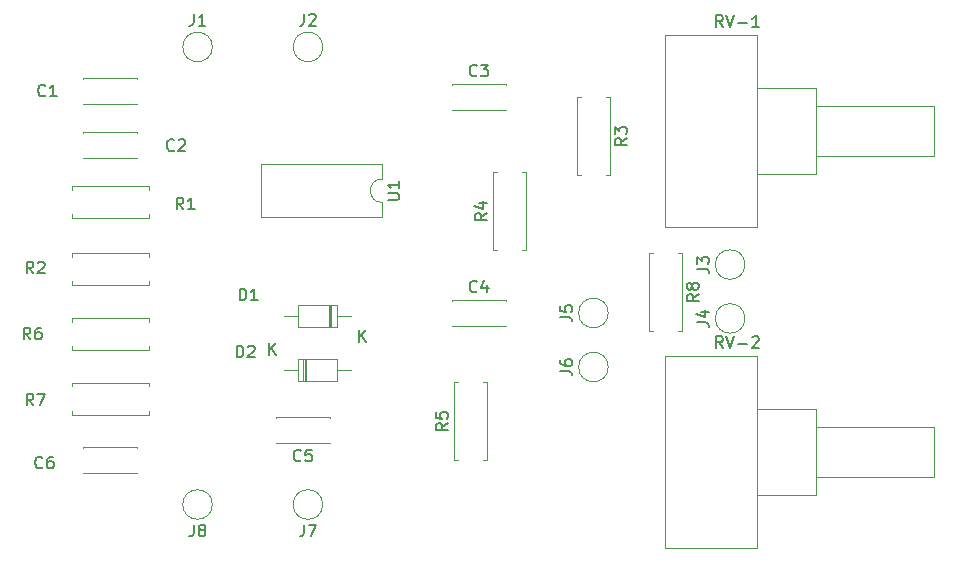
<source format=gbr>
G04 #@! TF.GenerationSoftware,KiCad,Pcbnew,5.1.0-060a0da~80~ubuntu18.04.1*
G04 #@! TF.CreationDate,2019-03-27T19:23:36+01:00*
G04 #@! TF.ProjectId,distpedal,64697374-7065-4646-916c-2e6b69636164,rev?*
G04 #@! TF.SameCoordinates,PX6d01460PY6ad32b0*
G04 #@! TF.FileFunction,Legend,Top*
G04 #@! TF.FilePolarity,Positive*
%FSLAX46Y46*%
G04 Gerber Fmt 4.6, Leading zero omitted, Abs format (unit mm)*
G04 Created by KiCad (PCBNEW 5.1.0-060a0da~80~ubuntu18.04.1) date 2019-03-27 19:23:36*
%MOMM*%
%LPD*%
G04 APERTURE LIST*
%ADD10C,0.120000*%
%ADD11C,0.150000*%
G04 APERTURE END LIST*
D10*
X41346000Y38569000D02*
X41346000Y38554000D01*
X41346000Y40694000D02*
X41346000Y40679000D01*
X36806000Y38569000D02*
X36806000Y38554000D01*
X36806000Y40694000D02*
X36806000Y40679000D01*
X36806000Y38554000D02*
X41346000Y38554000D01*
X36806000Y40694000D02*
X41346000Y40694000D01*
X77580000Y11692000D02*
X77580000Y7452000D01*
X67580000Y11692000D02*
X67580000Y7452000D01*
X67580000Y7452000D02*
X77580000Y7452000D01*
X67580000Y11692000D02*
X77580000Y11692000D01*
X67580000Y13192000D02*
X67580000Y5952000D01*
X62580000Y13192000D02*
X62580000Y5952000D01*
X62580000Y5952000D02*
X67580000Y5952000D01*
X62580000Y13192000D02*
X67580000Y13192000D01*
X62580000Y17692000D02*
X62580000Y1452000D01*
X54840000Y17692000D02*
X54840000Y1452000D01*
X54840000Y1452000D02*
X62580000Y1452000D01*
X54840000Y17692000D02*
X62580000Y17692000D01*
X27040000Y20162000D02*
X27040000Y22002000D01*
X27040000Y22002000D02*
X23760000Y22002000D01*
X23760000Y22002000D02*
X23760000Y20162000D01*
X23760000Y20162000D02*
X27040000Y20162000D01*
X28220000Y21082000D02*
X27040000Y21082000D01*
X22580000Y21082000D02*
X23760000Y21082000D01*
X26464000Y20162000D02*
X26464000Y22002000D01*
X26344000Y20162000D02*
X26344000Y22002000D01*
X26584000Y20162000D02*
X26584000Y22002000D01*
X24216000Y17430000D02*
X24216000Y15590000D01*
X24456000Y17430000D02*
X24456000Y15590000D01*
X24336000Y17430000D02*
X24336000Y15590000D01*
X28220000Y16510000D02*
X27040000Y16510000D01*
X22580000Y16510000D02*
X23760000Y16510000D01*
X27040000Y17430000D02*
X23760000Y17430000D01*
X27040000Y15590000D02*
X27040000Y17430000D01*
X23760000Y15590000D02*
X27040000Y15590000D01*
X23760000Y17430000D02*
X23760000Y15590000D01*
X11144000Y29694000D02*
X11144000Y29364000D01*
X11144000Y29364000D02*
X4604000Y29364000D01*
X4604000Y29364000D02*
X4604000Y29694000D01*
X11144000Y31774000D02*
X11144000Y32104000D01*
X11144000Y32104000D02*
X4604000Y32104000D01*
X4604000Y32104000D02*
X4604000Y31774000D01*
X11157629Y23695002D02*
X11157629Y24025002D01*
X4617629Y23695002D02*
X11157629Y23695002D01*
X4617629Y24025002D02*
X4617629Y23695002D01*
X11157629Y26435002D02*
X11157629Y26105002D01*
X4617629Y26435002D02*
X11157629Y26435002D01*
X4617629Y26105002D02*
X4617629Y26435002D01*
X49808000Y39592000D02*
X50138000Y39592000D01*
X50138000Y39592000D02*
X50138000Y33052000D01*
X50138000Y33052000D02*
X49808000Y33052000D01*
X47728000Y39592000D02*
X47398000Y39592000D01*
X47398000Y39592000D02*
X47398000Y33052000D01*
X47398000Y33052000D02*
X47728000Y33052000D01*
X43026000Y33242000D02*
X42696000Y33242000D01*
X43026000Y26702000D02*
X43026000Y33242000D01*
X42696000Y26702000D02*
X43026000Y26702000D01*
X40286000Y33242000D02*
X40616000Y33242000D01*
X40286000Y26702000D02*
X40286000Y33242000D01*
X40616000Y26702000D02*
X40286000Y26702000D01*
X37314000Y8922000D02*
X36984000Y8922000D01*
X36984000Y8922000D02*
X36984000Y15462000D01*
X36984000Y15462000D02*
X37314000Y15462000D01*
X39394000Y8922000D02*
X39724000Y8922000D01*
X39724000Y8922000D02*
X39724000Y15462000D01*
X39724000Y15462000D02*
X39394000Y15462000D01*
X11144000Y18533336D02*
X11144000Y18203336D01*
X11144000Y18203336D02*
X4604000Y18203336D01*
X4604000Y18203336D02*
X4604000Y18533336D01*
X11144000Y20613336D02*
X11144000Y20943336D01*
X11144000Y20943336D02*
X4604000Y20943336D01*
X4604000Y20943336D02*
X4604000Y20613336D01*
X11144000Y12711670D02*
X11144000Y13041670D01*
X4604000Y12711670D02*
X11144000Y12711670D01*
X4604000Y13041670D02*
X4604000Y12711670D01*
X11144000Y15451670D02*
X11144000Y15121670D01*
X4604000Y15451670D02*
X11144000Y15451670D01*
X4604000Y15121670D02*
X4604000Y15451670D01*
X54840000Y44870000D02*
X62580000Y44870000D01*
X54840000Y28630000D02*
X62580000Y28630000D01*
X54840000Y44870000D02*
X54840000Y28630000D01*
X62580000Y44870000D02*
X62580000Y28630000D01*
X62580000Y40370000D02*
X67580000Y40370000D01*
X62580000Y33130000D02*
X67580000Y33130000D01*
X62580000Y40370000D02*
X62580000Y33130000D01*
X67580000Y40370000D02*
X67580000Y33130000D01*
X67580000Y38870000D02*
X77580000Y38870000D01*
X67580000Y34630000D02*
X77580000Y34630000D01*
X67580000Y38870000D02*
X67580000Y34630000D01*
X77580000Y38870000D02*
X77580000Y34630000D01*
X30883829Y30694536D02*
G75*
G02X30883829Y32694536I0J1000000D01*
G01*
X30883829Y32694536D02*
X30883829Y33944536D01*
X30883829Y33944536D02*
X20603829Y33944536D01*
X20603829Y33944536D02*
X20603829Y29444536D01*
X20603829Y29444536D02*
X30883829Y29444536D01*
X30883829Y29444536D02*
X30883829Y30694536D01*
X55904000Y26384000D02*
X56234000Y26384000D01*
X56234000Y26384000D02*
X56234000Y19844000D01*
X56234000Y19844000D02*
X55904000Y19844000D01*
X53824000Y26384000D02*
X53494000Y26384000D01*
X53494000Y26384000D02*
X53494000Y19844000D01*
X53494000Y19844000D02*
X53824000Y19844000D01*
X5564000Y41202000D02*
X10104000Y41202000D01*
X5564000Y39062000D02*
X10104000Y39062000D01*
X5564000Y41202000D02*
X5564000Y41187000D01*
X5564000Y39077000D02*
X5564000Y39062000D01*
X10104000Y41202000D02*
X10104000Y41187000D01*
X10104000Y39077000D02*
X10104000Y39062000D01*
X10104000Y34505000D02*
X10104000Y34490000D01*
X10104000Y36630000D02*
X10104000Y36615000D01*
X5564000Y34505000D02*
X5564000Y34490000D01*
X5564000Y36630000D02*
X5564000Y36615000D01*
X5564000Y34490000D02*
X10104000Y34490000D01*
X5564000Y36630000D02*
X10104000Y36630000D01*
X36806000Y22406000D02*
X41346000Y22406000D01*
X36806000Y20266000D02*
X41346000Y20266000D01*
X36806000Y22406000D02*
X36806000Y22391000D01*
X36806000Y20281000D02*
X36806000Y20266000D01*
X41346000Y22406000D02*
X41346000Y22391000D01*
X41346000Y20281000D02*
X41346000Y20266000D01*
X26440000Y10360000D02*
X21900000Y10360000D01*
X26440000Y12500000D02*
X21900000Y12500000D01*
X26440000Y10360000D02*
X26440000Y10375000D01*
X26440000Y12485000D02*
X26440000Y12500000D01*
X21900000Y10360000D02*
X21900000Y10375000D01*
X21900000Y12485000D02*
X21900000Y12500000D01*
X5564000Y9960000D02*
X10104000Y9960000D01*
X5564000Y7820000D02*
X10104000Y7820000D01*
X5564000Y9960000D02*
X5564000Y9945000D01*
X5564000Y7835000D02*
X5564000Y7820000D01*
X10104000Y9960000D02*
X10104000Y9945000D01*
X10104000Y7835000D02*
X10104000Y7820000D01*
X16504629Y43865800D02*
G75*
G03X16504629Y43865800I-1251000J0D01*
G01*
X25851829Y43865800D02*
G75*
G03X25851829Y43865800I-1251000J0D01*
G01*
X61589629Y25440667D02*
G75*
G03X61589629Y25440667I-1251000J0D01*
G01*
X61589629Y20881334D02*
G75*
G03X61589629Y20881334I-1251000J0D01*
G01*
X50019000Y21336000D02*
G75*
G03X50019000Y21336000I-1251000J0D01*
G01*
X50019000Y16764000D02*
G75*
G03X50019000Y16764000I-1251000J0D01*
G01*
X25851829Y5126136D02*
G75*
G03X25851829Y5126136I-1251000J0D01*
G01*
X16504629Y5126136D02*
G75*
G03X16504629Y5126136I-1251000J0D01*
G01*
D11*
X38909333Y41466858D02*
X38861714Y41419239D01*
X38718857Y41371620D01*
X38623619Y41371620D01*
X38480761Y41419239D01*
X38385523Y41514477D01*
X38337904Y41609715D01*
X38290285Y41800191D01*
X38290285Y41943048D01*
X38337904Y42133524D01*
X38385523Y42228762D01*
X38480761Y42324000D01*
X38623619Y42371620D01*
X38718857Y42371620D01*
X38861714Y42324000D01*
X38909333Y42276381D01*
X39242666Y42371620D02*
X39861714Y42371620D01*
X39528380Y41990667D01*
X39671238Y41990667D01*
X39766476Y41943048D01*
X39814095Y41895429D01*
X39861714Y41800191D01*
X39861714Y41562096D01*
X39814095Y41466858D01*
X39766476Y41419239D01*
X39671238Y41371620D01*
X39385523Y41371620D01*
X39290285Y41419239D01*
X39242666Y41466858D01*
X59745714Y18369620D02*
X59412380Y18845810D01*
X59174285Y18369620D02*
X59174285Y19369620D01*
X59555238Y19369620D01*
X59650476Y19322000D01*
X59698095Y19274381D01*
X59745714Y19179143D01*
X59745714Y19036286D01*
X59698095Y18941048D01*
X59650476Y18893429D01*
X59555238Y18845810D01*
X59174285Y18845810D01*
X60031428Y19369620D02*
X60364761Y18369620D01*
X60698095Y19369620D01*
X61031428Y18750572D02*
X61793333Y18750572D01*
X62221904Y19274381D02*
X62269523Y19322000D01*
X62364761Y19369620D01*
X62602857Y19369620D01*
X62698095Y19322000D01*
X62745714Y19274381D01*
X62793333Y19179143D01*
X62793333Y19083905D01*
X62745714Y18941048D01*
X62174285Y18369620D01*
X62793333Y18369620D01*
X18819904Y22407620D02*
X18819904Y23407620D01*
X19058000Y23407620D01*
X19200857Y23360000D01*
X19296095Y23264762D01*
X19343714Y23169524D01*
X19391333Y22979048D01*
X19391333Y22836191D01*
X19343714Y22645715D01*
X19296095Y22550477D01*
X19200857Y22455239D01*
X19058000Y22407620D01*
X18819904Y22407620D01*
X20343714Y22407620D02*
X19772285Y22407620D01*
X20058000Y22407620D02*
X20058000Y23407620D01*
X19962761Y23264762D01*
X19867523Y23169524D01*
X19772285Y23121905D01*
X28948095Y18879620D02*
X28948095Y19879620D01*
X29519523Y18879620D02*
X29090952Y19451048D01*
X29519523Y19879620D02*
X28948095Y19308191D01*
X18565904Y17581620D02*
X18565904Y18581620D01*
X18804000Y18581620D01*
X18946857Y18534000D01*
X19042095Y18438762D01*
X19089714Y18343524D01*
X19137333Y18153048D01*
X19137333Y18010191D01*
X19089714Y17819715D01*
X19042095Y17724477D01*
X18946857Y17629239D01*
X18804000Y17581620D01*
X18565904Y17581620D01*
X19518285Y18486381D02*
X19565904Y18534000D01*
X19661142Y18581620D01*
X19899238Y18581620D01*
X19994476Y18534000D01*
X20042095Y18486381D01*
X20089714Y18391143D01*
X20089714Y18295905D01*
X20042095Y18153048D01*
X19470666Y17581620D01*
X20089714Y17581620D01*
X21328095Y17807620D02*
X21328095Y18807620D01*
X21899523Y17807620D02*
X21470952Y18379048D01*
X21899523Y18807620D02*
X21328095Y18236191D01*
X14057333Y30104288D02*
X13724000Y30580478D01*
X13485904Y30104288D02*
X13485904Y31104288D01*
X13866857Y31104288D01*
X13962095Y31056668D01*
X14009714Y31009049D01*
X14057333Y30913811D01*
X14057333Y30770954D01*
X14009714Y30675716D01*
X13962095Y30628097D01*
X13866857Y30580478D01*
X13485904Y30580478D01*
X15009714Y30104288D02*
X14438285Y30104288D01*
X14724000Y30104288D02*
X14724000Y31104288D01*
X14628761Y30961430D01*
X14533523Y30866192D01*
X14438285Y30818573D01*
X1357333Y24693620D02*
X1024000Y25169810D01*
X785904Y24693620D02*
X785904Y25693620D01*
X1166857Y25693620D01*
X1262095Y25646000D01*
X1309714Y25598381D01*
X1357333Y25503143D01*
X1357333Y25360286D01*
X1309714Y25265048D01*
X1262095Y25217429D01*
X1166857Y25169810D01*
X785904Y25169810D01*
X1738285Y25598381D02*
X1785904Y25646000D01*
X1881142Y25693620D01*
X2119238Y25693620D01*
X2214476Y25646000D01*
X2262095Y25598381D01*
X2309714Y25503143D01*
X2309714Y25407905D01*
X2262095Y25265048D01*
X1690666Y24693620D01*
X2309714Y24693620D01*
X51590380Y36155334D02*
X51114190Y35822000D01*
X51590380Y35583905D02*
X50590380Y35583905D01*
X50590380Y35964858D01*
X50638000Y36060096D01*
X50685619Y36107715D01*
X50780857Y36155334D01*
X50923714Y36155334D01*
X51018952Y36107715D01*
X51066571Y36060096D01*
X51114190Y35964858D01*
X51114190Y35583905D01*
X50590380Y36488667D02*
X50590380Y37107715D01*
X50971333Y36774381D01*
X50971333Y36917239D01*
X51018952Y37012477D01*
X51066571Y37060096D01*
X51161809Y37107715D01*
X51399904Y37107715D01*
X51495142Y37060096D01*
X51542761Y37012477D01*
X51590380Y36917239D01*
X51590380Y36631524D01*
X51542761Y36536286D01*
X51495142Y36488667D01*
X39738380Y29805334D02*
X39262190Y29472000D01*
X39738380Y29233905D02*
X38738380Y29233905D01*
X38738380Y29614858D01*
X38786000Y29710096D01*
X38833619Y29757715D01*
X38928857Y29805334D01*
X39071714Y29805334D01*
X39166952Y29757715D01*
X39214571Y29710096D01*
X39262190Y29614858D01*
X39262190Y29233905D01*
X39071714Y30662477D02*
X39738380Y30662477D01*
X38690761Y30424381D02*
X39405047Y30186286D01*
X39405047Y30805334D01*
X36436380Y12025334D02*
X35960190Y11692000D01*
X36436380Y11453905D02*
X35436380Y11453905D01*
X35436380Y11834858D01*
X35484000Y11930096D01*
X35531619Y11977715D01*
X35626857Y12025334D01*
X35769714Y12025334D01*
X35864952Y11977715D01*
X35912571Y11930096D01*
X35960190Y11834858D01*
X35960190Y11453905D01*
X35436380Y12930096D02*
X35436380Y12453905D01*
X35912571Y12406286D01*
X35864952Y12453905D01*
X35817333Y12549143D01*
X35817333Y12787239D01*
X35864952Y12882477D01*
X35912571Y12930096D01*
X36007809Y12977715D01*
X36245904Y12977715D01*
X36341142Y12930096D01*
X36388761Y12882477D01*
X36436380Y12787239D01*
X36436380Y12549143D01*
X36388761Y12453905D01*
X36341142Y12406286D01*
X1103333Y19105620D02*
X770000Y19581810D01*
X531904Y19105620D02*
X531904Y20105620D01*
X912857Y20105620D01*
X1008095Y20058000D01*
X1055714Y20010381D01*
X1103333Y19915143D01*
X1103333Y19772286D01*
X1055714Y19677048D01*
X1008095Y19629429D01*
X912857Y19581810D01*
X531904Y19581810D01*
X1960476Y20105620D02*
X1770000Y20105620D01*
X1674761Y20058000D01*
X1627142Y20010381D01*
X1531904Y19867524D01*
X1484285Y19677048D01*
X1484285Y19296096D01*
X1531904Y19200858D01*
X1579523Y19153239D01*
X1674761Y19105620D01*
X1865238Y19105620D01*
X1960476Y19153239D01*
X2008095Y19200858D01*
X2055714Y19296096D01*
X2055714Y19534191D01*
X2008095Y19629429D01*
X1960476Y19677048D01*
X1865238Y19724667D01*
X1674761Y19724667D01*
X1579523Y19677048D01*
X1531904Y19629429D01*
X1484285Y19534191D01*
X1357333Y13517620D02*
X1024000Y13993810D01*
X785904Y13517620D02*
X785904Y14517620D01*
X1166857Y14517620D01*
X1262095Y14470000D01*
X1309714Y14422381D01*
X1357333Y14327143D01*
X1357333Y14184286D01*
X1309714Y14089048D01*
X1262095Y14041429D01*
X1166857Y13993810D01*
X785904Y13993810D01*
X1690666Y14517620D02*
X2357333Y14517620D01*
X1928761Y13517620D01*
X59745714Y45547620D02*
X59412380Y46023810D01*
X59174285Y45547620D02*
X59174285Y46547620D01*
X59555238Y46547620D01*
X59650476Y46500000D01*
X59698095Y46452381D01*
X59745714Y46357143D01*
X59745714Y46214286D01*
X59698095Y46119048D01*
X59650476Y46071429D01*
X59555238Y46023810D01*
X59174285Y46023810D01*
X60031428Y46547620D02*
X60364761Y45547620D01*
X60698095Y46547620D01*
X61031428Y45928572D02*
X61793333Y45928572D01*
X62793333Y45547620D02*
X62221904Y45547620D01*
X62507619Y45547620D02*
X62507619Y46547620D01*
X62412380Y46404762D01*
X62317142Y46309524D01*
X62221904Y46261905D01*
X31336209Y30932632D02*
X32145733Y30932632D01*
X32240971Y30980251D01*
X32288590Y31027870D01*
X32336209Y31123108D01*
X32336209Y31313584D01*
X32288590Y31408822D01*
X32240971Y31456441D01*
X32145733Y31504060D01*
X31336209Y31504060D01*
X32336209Y32504060D02*
X32336209Y31932632D01*
X32336209Y32218346D02*
X31336209Y32218346D01*
X31479067Y32123108D01*
X31574305Y32027870D01*
X31621924Y31932632D01*
X57686380Y22947334D02*
X57210190Y22614000D01*
X57686380Y22375905D02*
X56686380Y22375905D01*
X56686380Y22756858D01*
X56734000Y22852096D01*
X56781619Y22899715D01*
X56876857Y22947334D01*
X57019714Y22947334D01*
X57114952Y22899715D01*
X57162571Y22852096D01*
X57210190Y22756858D01*
X57210190Y22375905D01*
X57114952Y23518762D02*
X57067333Y23423524D01*
X57019714Y23375905D01*
X56924476Y23328286D01*
X56876857Y23328286D01*
X56781619Y23375905D01*
X56734000Y23423524D01*
X56686380Y23518762D01*
X56686380Y23709239D01*
X56734000Y23804477D01*
X56781619Y23852096D01*
X56876857Y23899715D01*
X56924476Y23899715D01*
X57019714Y23852096D01*
X57067333Y23804477D01*
X57114952Y23709239D01*
X57114952Y23518762D01*
X57162571Y23423524D01*
X57210190Y23375905D01*
X57305428Y23328286D01*
X57495904Y23328286D01*
X57591142Y23375905D01*
X57638761Y23423524D01*
X57686380Y23518762D01*
X57686380Y23709239D01*
X57638761Y23804477D01*
X57591142Y23852096D01*
X57495904Y23899715D01*
X57305428Y23899715D01*
X57210190Y23852096D01*
X57162571Y23804477D01*
X57114952Y23709239D01*
X2373333Y39774858D02*
X2325714Y39727239D01*
X2182857Y39679620D01*
X2087619Y39679620D01*
X1944761Y39727239D01*
X1849523Y39822477D01*
X1801904Y39917715D01*
X1754285Y40108191D01*
X1754285Y40251048D01*
X1801904Y40441524D01*
X1849523Y40536762D01*
X1944761Y40632000D01*
X2087619Y40679620D01*
X2182857Y40679620D01*
X2325714Y40632000D01*
X2373333Y40584381D01*
X3325714Y39679620D02*
X2754285Y39679620D01*
X3040000Y39679620D02*
X3040000Y40679620D01*
X2944761Y40536762D01*
X2849523Y40441524D01*
X2754285Y40393905D01*
X13268962Y35137192D02*
X13221343Y35089573D01*
X13078486Y35041954D01*
X12983248Y35041954D01*
X12840390Y35089573D01*
X12745152Y35184811D01*
X12697533Y35280049D01*
X12649914Y35470525D01*
X12649914Y35613382D01*
X12697533Y35803858D01*
X12745152Y35899096D01*
X12840390Y35994334D01*
X12983248Y36041954D01*
X13078486Y36041954D01*
X13221343Y35994334D01*
X13268962Y35946715D01*
X13649914Y35946715D02*
X13697533Y35994334D01*
X13792771Y36041954D01*
X14030867Y36041954D01*
X14126105Y35994334D01*
X14173724Y35946715D01*
X14221343Y35851477D01*
X14221343Y35756239D01*
X14173724Y35613382D01*
X13602295Y35041954D01*
X14221343Y35041954D01*
X38909333Y23178858D02*
X38861714Y23131239D01*
X38718857Y23083620D01*
X38623619Y23083620D01*
X38480761Y23131239D01*
X38385523Y23226477D01*
X38337904Y23321715D01*
X38290285Y23512191D01*
X38290285Y23655048D01*
X38337904Y23845524D01*
X38385523Y23940762D01*
X38480761Y24036000D01*
X38623619Y24083620D01*
X38718857Y24083620D01*
X38861714Y24036000D01*
X38909333Y23988381D01*
X39766476Y23750286D02*
X39766476Y23083620D01*
X39528380Y24131239D02*
X39290285Y23416953D01*
X39909333Y23416953D01*
X24003333Y8872858D02*
X23955714Y8825239D01*
X23812857Y8777620D01*
X23717619Y8777620D01*
X23574761Y8825239D01*
X23479523Y8920477D01*
X23431904Y9015715D01*
X23384285Y9206191D01*
X23384285Y9349048D01*
X23431904Y9539524D01*
X23479523Y9634762D01*
X23574761Y9730000D01*
X23717619Y9777620D01*
X23812857Y9777620D01*
X23955714Y9730000D01*
X24003333Y9682381D01*
X24908095Y9777620D02*
X24431904Y9777620D01*
X24384285Y9301429D01*
X24431904Y9349048D01*
X24527142Y9396667D01*
X24765238Y9396667D01*
X24860476Y9349048D01*
X24908095Y9301429D01*
X24955714Y9206191D01*
X24955714Y8968096D01*
X24908095Y8872858D01*
X24860476Y8825239D01*
X24765238Y8777620D01*
X24527142Y8777620D01*
X24431904Y8825239D01*
X24384285Y8872858D01*
X2119333Y8278858D02*
X2071714Y8231239D01*
X1928857Y8183620D01*
X1833619Y8183620D01*
X1690761Y8231239D01*
X1595523Y8326477D01*
X1547904Y8421715D01*
X1500285Y8612191D01*
X1500285Y8755048D01*
X1547904Y8945524D01*
X1595523Y9040762D01*
X1690761Y9136000D01*
X1833619Y9183620D01*
X1928857Y9183620D01*
X2071714Y9136000D01*
X2119333Y9088381D01*
X2976476Y9183620D02*
X2786000Y9183620D01*
X2690761Y9136000D01*
X2643142Y9088381D01*
X2547904Y8945524D01*
X2500285Y8755048D01*
X2500285Y8374096D01*
X2547904Y8278858D01*
X2595523Y8231239D01*
X2690761Y8183620D01*
X2881238Y8183620D01*
X2976476Y8231239D01*
X3024095Y8278858D01*
X3071714Y8374096D01*
X3071714Y8612191D01*
X3024095Y8707429D01*
X2976476Y8755048D01*
X2881238Y8802667D01*
X2690761Y8802667D01*
X2595523Y8755048D01*
X2547904Y8707429D01*
X2500285Y8612191D01*
X14920295Y46663420D02*
X14920295Y45949134D01*
X14872676Y45806277D01*
X14777438Y45711039D01*
X14634581Y45663420D01*
X14539343Y45663420D01*
X15920295Y45663420D02*
X15348867Y45663420D01*
X15634581Y45663420D02*
X15634581Y46663420D01*
X15539343Y46520562D01*
X15444105Y46425324D01*
X15348867Y46377705D01*
X24267495Y46663420D02*
X24267495Y45949134D01*
X24219876Y45806277D01*
X24124638Y45711039D01*
X23981781Y45663420D01*
X23886543Y45663420D01*
X24696067Y46568181D02*
X24743686Y46615800D01*
X24838924Y46663420D01*
X25077019Y46663420D01*
X25172257Y46615800D01*
X25219876Y46568181D01*
X25267495Y46472943D01*
X25267495Y46377705D01*
X25219876Y46234848D01*
X24648448Y45663420D01*
X25267495Y45663420D01*
X57541009Y25107334D02*
X58255295Y25107334D01*
X58398152Y25059715D01*
X58493390Y24964477D01*
X58541009Y24821620D01*
X58541009Y24726382D01*
X57541009Y25488287D02*
X57541009Y26107334D01*
X57921962Y25774001D01*
X57921962Y25916858D01*
X57969581Y26012096D01*
X58017200Y26059715D01*
X58112438Y26107334D01*
X58350533Y26107334D01*
X58445771Y26059715D01*
X58493390Y26012096D01*
X58541009Y25916858D01*
X58541009Y25631144D01*
X58493390Y25535906D01*
X58445771Y25488287D01*
X57541009Y20548001D02*
X58255295Y20548001D01*
X58398152Y20500382D01*
X58493390Y20405144D01*
X58541009Y20262287D01*
X58541009Y20167049D01*
X57874343Y21452763D02*
X58541009Y21452763D01*
X57493390Y21214668D02*
X58207676Y20976573D01*
X58207676Y21595620D01*
X45970380Y21002667D02*
X46684666Y21002667D01*
X46827523Y20955048D01*
X46922761Y20859810D01*
X46970380Y20716953D01*
X46970380Y20621715D01*
X45970380Y21955048D02*
X45970380Y21478858D01*
X46446571Y21431239D01*
X46398952Y21478858D01*
X46351333Y21574096D01*
X46351333Y21812191D01*
X46398952Y21907429D01*
X46446571Y21955048D01*
X46541809Y22002667D01*
X46779904Y22002667D01*
X46875142Y21955048D01*
X46922761Y21907429D01*
X46970380Y21812191D01*
X46970380Y21574096D01*
X46922761Y21478858D01*
X46875142Y21431239D01*
X45970380Y16430667D02*
X46684666Y16430667D01*
X46827523Y16383048D01*
X46922761Y16287810D01*
X46970380Y16144953D01*
X46970380Y16049715D01*
X45970380Y17335429D02*
X45970380Y17144953D01*
X46018000Y17049715D01*
X46065619Y17002096D01*
X46208476Y16906858D01*
X46398952Y16859239D01*
X46779904Y16859239D01*
X46875142Y16906858D01*
X46922761Y16954477D01*
X46970380Y17049715D01*
X46970380Y17240191D01*
X46922761Y17335429D01*
X46875142Y17383048D01*
X46779904Y17430667D01*
X46541809Y17430667D01*
X46446571Y17383048D01*
X46398952Y17335429D01*
X46351333Y17240191D01*
X46351333Y17049715D01*
X46398952Y16954477D01*
X46446571Y16906858D01*
X46541809Y16859239D01*
X24267495Y3423756D02*
X24267495Y2709470D01*
X24219876Y2566613D01*
X24124638Y2471375D01*
X23981781Y2423756D01*
X23886543Y2423756D01*
X24648448Y3423756D02*
X25315114Y3423756D01*
X24886543Y2423756D01*
X14920295Y3423756D02*
X14920295Y2709470D01*
X14872676Y2566613D01*
X14777438Y2471375D01*
X14634581Y2423756D01*
X14539343Y2423756D01*
X15539343Y2995184D02*
X15444105Y3042803D01*
X15396486Y3090422D01*
X15348867Y3185660D01*
X15348867Y3233279D01*
X15396486Y3328517D01*
X15444105Y3376136D01*
X15539343Y3423756D01*
X15729819Y3423756D01*
X15825057Y3376136D01*
X15872676Y3328517D01*
X15920295Y3233279D01*
X15920295Y3185660D01*
X15872676Y3090422D01*
X15825057Y3042803D01*
X15729819Y2995184D01*
X15539343Y2995184D01*
X15444105Y2947565D01*
X15396486Y2899946D01*
X15348867Y2804708D01*
X15348867Y2614232D01*
X15396486Y2518994D01*
X15444105Y2471375D01*
X15539343Y2423756D01*
X15729819Y2423756D01*
X15825057Y2471375D01*
X15872676Y2518994D01*
X15920295Y2614232D01*
X15920295Y2804708D01*
X15872676Y2899946D01*
X15825057Y2947565D01*
X15729819Y2995184D01*
M02*

</source>
